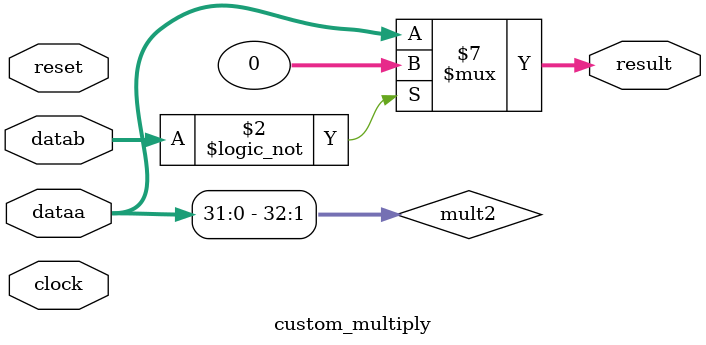
<source format=v>
module custom_multiply (
	
	// Inputs required for multicycle custom instructions
    input clock,
    input reset,

	input [31:0] dataa,
	input [31:0] datab,

	// Outputs
	output reg [31:0] result

);

wire  [32:0] mult2;

assign mult2[32:1] = dataa;

always @(*) begin
    if (datab == 32'd0) begin
        result <= 32'd0;
    end else if (datab == 32'd1) begin
        result <= dataa;
    end else begin
        result <= mult2[32:1];
    end
    
end

endmodule

</source>
